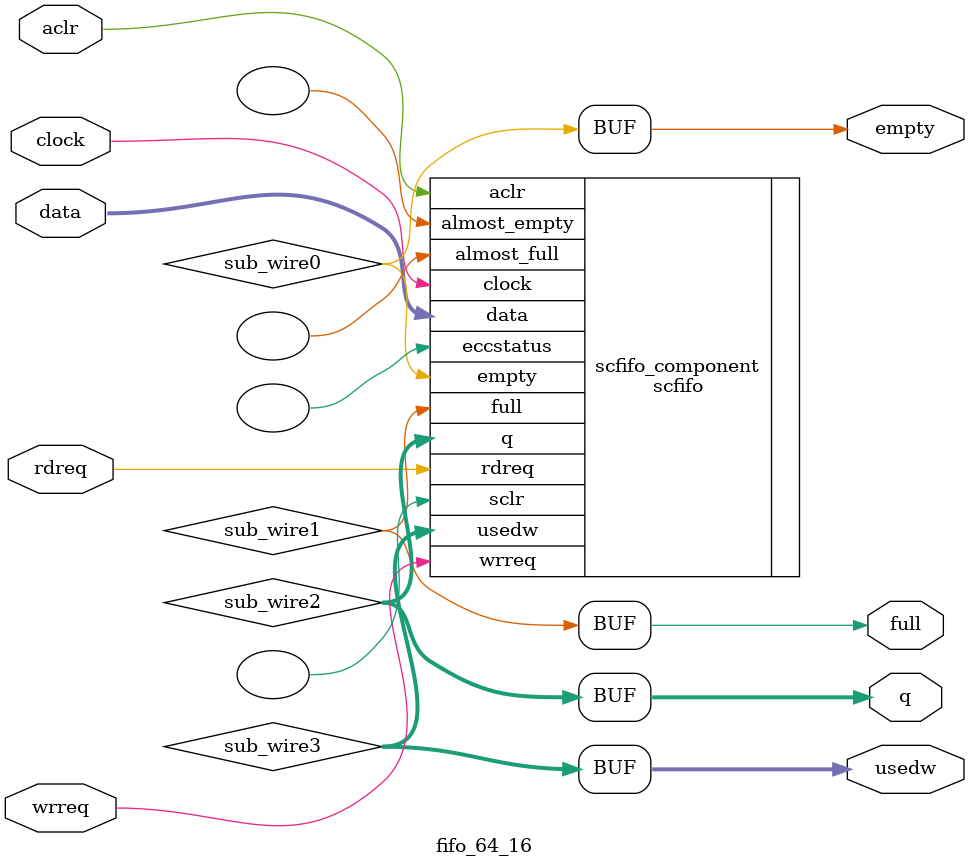
<source format=v>
module fifo_64_16 (
	aclr,
	clock,
	data,
	rdreq,
	wrreq,
	empty,
	full,
	q,
	usedw);
	input	  aclr;
	input	  clock;
	input	[15:0]  data;
	input	  rdreq;
	input	  wrreq;
	output	  empty;
	output	  full;
	output	[15:0]  q;
	output	[5:0]  usedw;
	wire  sub_wire0;
	wire  sub_wire1;
	wire [15:0] sub_wire2;
	wire [5:0] sub_wire3;
	wire  empty = sub_wire0;
	wire  full = sub_wire1;
	wire [15:0] q = sub_wire2[15:0];
	wire [5:0] usedw = sub_wire3[5:0];
	scfifo	scfifo_component (
				.aclr (aclr),
				.clock (clock),
				.data (data),
				.rdreq (rdreq),
				.wrreq (wrreq),
				.empty (sub_wire0),
				.full (sub_wire1),
				.q (sub_wire2),
				.usedw (sub_wire3),
				.almost_empty (),
				.almost_full (),
				.eccstatus (),
				.sclr ());
	defparam
		scfifo_component.add_ram_output_register = "OFF",
		scfifo_component.intended_device_family = "Stratix V",
		scfifo_component.lpm_numwords = 64,
		scfifo_component.lpm_showahead = "ON",
		scfifo_component.lpm_type = "scfifo",
		scfifo_component.lpm_width = 16,
		scfifo_component.lpm_widthu = 6,
		scfifo_component.overflow_checking = "ON",
		scfifo_component.underflow_checking = "ON",
		scfifo_component.use_eab = "ON";
endmodule
</source>
